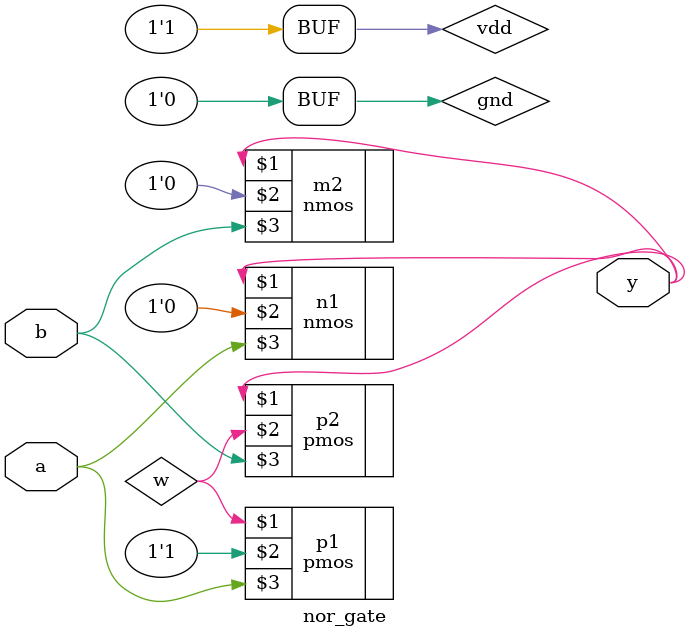
<source format=v>
module nor_gate(input a,b, output y);
  wire w;
  supply1 vdd;
  supply0 gnd;
  
  pmos p1(w,vdd,a);
  pmos p2(y,w,b);
  
  nmos n1(y,gnd,a);
  nmos m2(y,gnd,b);
  
endmodule

</source>
